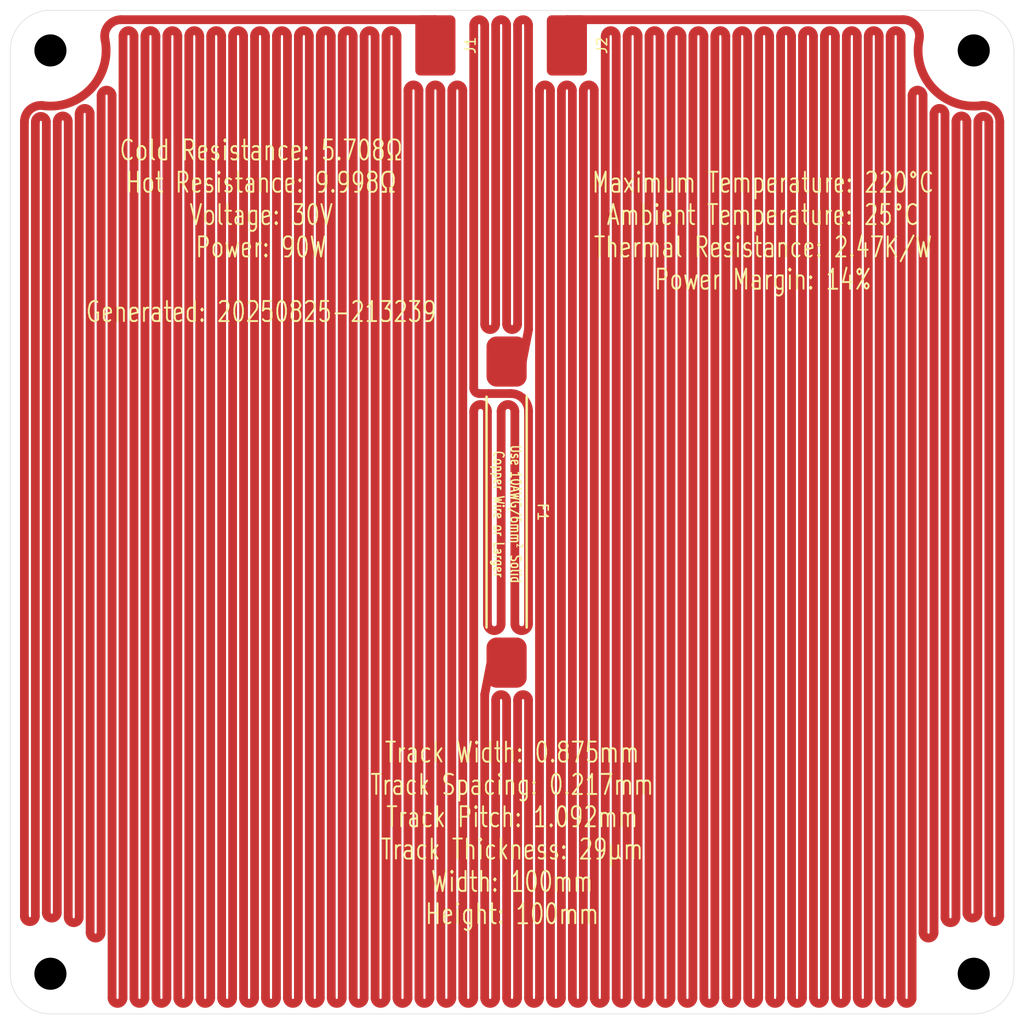
<source format=kicad_pcb>
(kicad_pcb (version 20241229) (generator "pcbnew") (generator_version "9.0")
  (layers (0 "F.Cu" signal) (2 "B.Cu" signal) (13 "F.Paste" user) (15 "B.Paste" user) (5 "F.SilkS" user "F.Silkscreen") (7 "B.SilkS" user "B.Silkscreen") (1 "F.Mask" user) (3 "B.Mask" user) (25 "Edge.Cuts" user))
  (net 0 "")
  (net 1 "Net-(J2-Pin_1)")
  (net 2 "Net-(J1-Pin_1)")
  (footprint "blg:MountingHole_3.2mm_M3_NoPad_TopLarge" (layer "F.Cu") (at 151 59)
    (property "Reference" "REF**" (hide yes))
    (property "Value" "MountingHole_3.2mm_M3_NoPad_TopLarge" (hide yes))
    (pad "" np_thru_hole circle (at 0 0) (size 7.6 7.6) (drill 3.2) (layers))
  )
  (footprint "Hotplate:SMD_PowerConnection_4x6mm" (layer "F.Cu") (at 110.46 58.5 -90)
    (property "Reference" "J2" (at 0 -3.5 270) (layer "F.SilkS"))
    (property "Value" "Hotplate_Power_Connection" (hide yes))
    (pad "1" smd roundrect (at 0 0 270) (size 6 4) (layers "F.Cu" "F.Mask" "F.Paste") (roundrect_rratio 0.125) (net 1 "Net-(J2-Pin_1)"))
  )
  (footprint "blg:MountingHole_3.2mm_M3_NoPad_TopLarge" (layer "F.Cu") (at 59 151)
    (property "Reference" "REF**" (hide yes))
    (property "Value" "MountingHole_3.2mm_M3_NoPad_TopLarge" (hide yes))
    (pad "" np_thru_hole circle (at 0 0) (size 7.6 7.6) (drill 3.2) (layers))
  )
  (footprint "blg:MountingHole_3.2mm_M3_NoPad_TopLarge" (layer "F.Cu") (at 151 151)
    (property "Reference" "REF**" (hide yes))
    (property "Value" "MountingHole_3.2mm_M3_NoPad_TopLarge" (hide yes))
    (pad "" np_thru_hole circle (at 0 0) (size 7.6 7.6) (drill 3.2) (layers))
  )
  (footprint "Hotplate:SMD_PowerConnection_4x6mm" (layer "F.Cu") (at 97.356 58.5 -90)
    (property "Reference" "J1" (at 0 -3.5 270) (layer "F.SilkS"))
    (property "Value" "Hotplate_Power_Connection" (hide yes))
    (pad "1" smd roundrect (at 0 0 270) (size 6 4) (layers "F.Cu" "F.Mask" "F.Paste") (roundrect_rratio 0.125) (net 2 "Net-(J1-Pin_1)"))
  )
  (footprint "Hotplate:Thermal Fuse, SN100C, Front, 35mm" (layer "F.Cu") (at 104.454 105 -90)
    (property "Reference" "F1" (at 0 -3.6 270) (layer "F.SilkS"))
    (property "Value" "~")
    (fp_line (start -11.5 2) (end 11.5 2) (stroke (width 0.25)) (layer "F.SilkS"))
    (fp_line (start -11.5 -2) (end 11.5 -2) (stroke (width 0.25)) (layer "F.SilkS"))
    (fp_text user "Use 10AWG/6mm  Solid" (at 0.2 -0.9 270) (layer "F.SilkS") (effects (font (size 1 0.75))))
    (fp_text user "2" (at 3.35 -1.3 270) (layer "F.SilkS") (effects (font (size 0.6 0.4) (thickness 0.1))))
    (fp_text user "Copper Wire or Larger" (at 0.2 0.8 270) (layer "F.SilkS") (effects (font (size 1 0.75))))
    (pad "1" smd roundrect (at -15 0 270) (size 5 4) (layers "F.Cu" "F.Mask") (net 2 "Net-(J1-Pin_1)"))
    (pad "2" smd roundrect (at 15 0 270) (size 5 4) (layers "F.Cu" "F.Mask") (net 1 "Net-(J2-Pin_1)"))
  )
  (footprint "blg:MountingHole_3.2mm_M3_NoPad_TopLarge" (layer "F.Cu") (at 59 59)
    (property "Reference" "REF**" (hide yes))
    (property "Value" "MountingHole_3.2mm_M3_NoPad_TopLarge" (hide yes))
    (pad "" np_thru_hole circle (at 0 0) (size 7.6 7.6) (drill 3.2) (layers))
  )
  (gr_arc (start 55 59) (mid 56.171573 56.171573) (end 59 55) (stroke (width 0.05)) (layer "Edge.Cuts"))
  (gr_line (start 155 59) (end 155 151) (stroke (width 0.05)) (layer "Edge.Cuts"))
  (gr_arc (start 59 155) (mid 56.171573 153.828427) (end 55 151) (stroke (width 0.05)) (layer "Edge.Cuts"))
  (gr_line (start 59 155) (end 151 155) (stroke (width 0.05)) (layer "Edge.Cuts"))
  (gr_line (start 55 59) (end 55 151) (stroke (width 0.05)) (layer "Edge.Cuts"))
  (gr_arc (start 155 151) (mid 153.828427 153.828427) (end 151 155) (stroke (width 0.05)) (layer "Edge.Cuts"))
  (gr_arc (start 151 55) (mid 153.828427 56.171573) (end 155 59) (stroke (width 0.05)) (layer "Edge.Cuts"))
  (gr_line (start 59 55) (end 151 55) (stroke (width 0.05)) (layer "Edge.Cuts"))
  (gr_text "Track Width: 0.875mm\nTrack Spacing: 0.217mm\nTrack Pitch: 1.092mm\nTrack Thickness: 29µm\nWidth: 100mm\nHeight: 100mm" (at 105 137 0) (layer "F.SilkS") (effects (font (size 2 1.5) (thickness 0.1875))))
  (gr_text "Maximum Temperature: 220°C\nAmbient Temperature: 25°C\nThermal Resistance: 2.47K/W\nPower Margin: 14%" (at 130 77 0) (layer "F.SilkS") (effects (font (size 2 1.5) (thickness 0.1875))))
  (gr_text "Cold Resistance: 5.708Ω\nHot Resistance: 9.998Ω\nVoltage: 30V\nPower: 90W\n\nGenerated: 20250825-213239" (at 80 77 0) (layer "F.SilkS") (effects (font (size 2 1.5) (thickness 0.1875))))
  (segment (start 129.57 153.408) (end 129.57 57.5755) (width 0.874999) (layer "F.Cu") (net 1))
  (segment (start 116.466 153.408) (end 116.466 57.5755) (width 0.874999) (layer "F.Cu") (net 1))
  (segment (start 150.317999 66.078267) (end 150.317999 144.909518) (width 0.874999) (layer "F.Cu") (net 1))
  (segment (start 120.834 153.408) (end 120.834 57.5755) (width 0.874999) (layer "F.Cu") (net 1))
  (segment (start 143.766 57.5755) (end 143.766 153.408) (width 0.874999) (layer "F.Cu") (net 1))
  (segment (start 147.042 146.897994) (end 147.042 65.322033) (width 0.874999) (layer "F.Cu") (net 1))
  (segment (start 141.582 57.5755) (end 141.582 153.408) (width 0.874999) (layer "F.Cu") (net 1))
  (segment (start 102.8915 120) (end 104.454 120) (width 0.875) (layer "F.Cu") (net 1))
  (segment (start 139.398 57.5755) (end 139.398 153.408) (width 0.874999) (layer "F.Cu") (net 1))
  (segment (start 104.454 123.733499) (end 104.454 153.408) (width 0.874999) (layer "F.Cu") (net 1))
  (segment (start 132.846 57.5755) (end 132.846 153.408) (width 0.874999) (layer "F.Cu") (net 1))
  (segment (start 145.95 63.504957) (end 145.95 146.897994) (width 0.874999) (layer "F.Cu") (net 1))
  (segment (start 131.753999 153.408) (end 131.753999 57.5755) (width 0.874999) (layer "F.Cu") (net 1))
  (segment (start 112.097999 153.408) (end 112.097999 62.9835) (width 0.874999) (layer "F.Cu") (net 1))
  (segment (start 137.214 57.5755) (end 137.214 153.408) (width 0.874999) (layer "F.Cu") (net 1))
  (segment (start 115.374 57.5755) (end 115.374 153.408) (width 0.874999) (layer "F.Cu") (net 1))
  (segment (start 148.134 65.322033) (end 148.134 145.367055) (width 0.874999) (layer "F.Cu") (net 1))
  (segment (start 136.122 153.408) (end 136.122 57.5755) (width 0.874999) (layer "F.Cu") (net 1))
  (segment (start 119.742 57.5755) (end 119.742 153.408) (width 0.874999) (layer "F.Cu") (net 1))
  (segment (start 102.27 123.187499) (end 102.27 153.408) (width 0.874999) (layer "F.Cu") (net 1))
  (segment (start 133.937999 153.408) (end 133.937999 57.5755) (width 0.874999) (layer "F.Cu") (net 1))
  (segment (start 126.293999 57.5755) (end 126.293999 153.408) (width 0.874999) (layer "F.Cu") (net 1))
  (segment (start 117.558 57.5755) (end 117.558 153.408) (width 0.874999) (layer "F.Cu") (net 1))
  (segment (start 152.502 66.120106) (end 152.502 145.262565) (width 0.874999) (layer "F.Cu") (net 1))
  (segment (start 144.857999 153.408) (end 144.857999 63.504957) (width 0.874999) (layer "F.Cu") (net 1))
  (segment (start 103.362 153.408) (end 103.362 123.733499) (width 0.874999) (layer "F.Cu") (net 1))
  (segment (start 124.11 57.5755) (end 124.11 153.408) (width 0.874999) (layer "F.Cu") (net 1))
  (segment (start 127.386 153.408) (end 127.386 57.5755) (width 0.874999) (layer "F.Cu") (net 1))
  (segment (start 140.49 153.408) (end 140.49 57.5755) (width 0.874999) (layer "F.Cu") (net 1))
  (segment (start 111.006 62.9835) (end 111.006 153.408) (width 0.874999) (layer "F.Cu") (net 1))
  (segment (start 114.282 153.408) (end 114.282 57.5755) (width 0.874999) (layer "F.Cu") (net 1))
  (segment (start 113.19 62.9835) (end 113.19 153.408) (width 0.874999) (layer "F.Cu") (net 1))
  (segment (start 118.649999 153.408) (end 118.649999 57.5755) (width 0.874999) (layer "F.Cu") (net 1))
  (segment (start 143.958646 55.937499) (end 110.46 55.937499) (width 0.874999) (layer "F.Cu") (net 1))
  (segment (start 149.226 145.367055) (end 149.226 66.078267) (width 0.874999) (layer "F.Cu") (net 1))
  (segment (start 102.27 123.187499) (end 102.8915 120) (width 0.875) (layer "F.Cu") (net 1))
  (segment (start 151.41 144.909518) (end 151.41 66.120106) (width 0.874999) (layer "F.Cu") (net 1))
  (segment (start 130.662 57.5755) (end 130.662 153.408) (width 0.874999) (layer "F.Cu") (net 1))
  (segment (start 110.46 55.937499) (end 110.46 58.5) (width 0.874999) (layer "F.Cu") (net 1))
  (segment (start 108.821999 62.9835) (end 108.821999 153.408) (width 0.874999) (layer "F.Cu") (net 1))
  (segment (start 123.017999 153.408) (end 123.017999 57.5755) (width 0.874999) (layer "F.Cu") (net 1))
  (segment (start 142.674 153.408) (end 142.674 57.5755) (width 0.874999) (layer "F.Cu") (net 1))
  (segment (start 135.029999 57.5755) (end 135.029999 153.408) (width 0.874999) (layer "F.Cu") (net 1))
  (segment (start 105.546 153.408) (end 105.546 123.733499) (width 0.874999) (layer "F.Cu") (net 1))
  (segment (start 138.305999 153.408) (end 138.305999 57.5755) (width 0.874999) (layer "F.Cu") (net 1))
  (segment (start 106.637999 123.733499) (end 106.637999 153.408) (width 0.874999) (layer "F.Cu") (net 1))
  (segment (start 128.477999 57.5755) (end 128.477999 153.408) (width 0.874999) (layer "F.Cu") (net 1))
  (segment (start 107.729999 153.408) (end 107.729999 62.9835) (width 0.874999) (layer "F.Cu") (net 1))
  (segment (start 109.914 153.408) (end 109.914 62.9835) (width 0.874999) (layer "F.Cu") (net 1))
  (segment (start 125.202 153.408) (end 125.202 57.5755) (width 0.874999) (layer "F.Cu") (net 1))
  (segment (start 153.594 145.262565) (end 153.594 66.120106) (width 0.874999) (layer "F.Cu") (net 1))
  (segment (start 121.925999 57.5755) (end 121.925999 153.408) (width 0.874999) (layer "F.Cu") (net 1))
  (arc (start 151.738025 64.496674) (mid 146.950863 62.789803) (end 145.564122 57.900295) (width 0.875) (layer "F.Cu") (net 1))
  (arc (start 143.766 153.408) (mid 144.311999 153.953999) (end 144.857999 153.408) (width 0.874999) (layer "F.Cu") (net 1))
  (arc (start 118.649999 57.5755) (mid 119.196 57.0295) (end 119.742 57.5755) (width 0.874999) (layer "F.Cu") (net 1))
  (arc (start 151.41 66.120106) (mid 151.956 65.574106) (end 152.502 66.120106) (width 0.874999) (layer "F.Cu") (net 1))
  (arc (start 130.662 153.408) (mid 131.208 153.953999) (end 131.753999 153.408) (width 0.874999) (layer "F.Cu") (net 1))
  (arc (start 153.594 66.120106) (mid 153.16814 65.018399) (end 151.738025 64.496674) (width 0.875) (layer "F.Cu") (net 1))
  (arc (start 152.502 145.262565) (mid 153.048 145.808565) (end 153.594 145.262565) (width 0.874999) (layer "F.Cu") (net 1))
  (arc (start 132.846 153.408) (mid 133.392 153.953999) (end 133.937999 153.408) (width 0.874999) (layer "F.Cu") (net 1))
  (arc (start 136.122 57.5755) (mid 136.667999 57.0295) (end 137.214 57.5755) (width 0.874999) (layer "F.Cu") (net 1))
  (arc (start 117.558 153.408) (mid 118.104 153.953999) (end 118.649999 153.408) (width 0.874999) (layer "F.Cu") (net 1))
  (arc (start 105.546 123.733499) (mid 106.092 123.187499) (end 106.637999 123.733499) (width 0.874999) (layer "F.Cu") (net 1))
  (arc (start 150.317999 144.909518) (mid 150.864 145.455518) (end 151.41 144.909518) (width 0.874999) (layer "F.Cu") (net 1))
  (arc (start 141.582 153.408) (mid 142.128 153.953999) (end 142.674 153.408) (width 0.874999) (layer "F.Cu") (net 1))
  (arc (start 124.11 153.408) (mid 124.655999 153.953999) (end 125.202 153.408) (width 0.874999) (layer "F.Cu") (net 1))
  (arc (start 129.57 57.5755) (mid 130.115999 57.0295) (end 130.662 57.5755) (width 0.874999) (layer "F.Cu") (net 1))
  (arc (start 108.821999 153.408) (mid 109.368 153.953999) (end 109.914 153.408) (width 0.874999) (layer "F.Cu") (net 1))
  (arc (start 131.753999 57.5755) (mid 132.3 57.0295) (end 132.846 57.5755) (width 0.874999) (layer "F.Cu") (net 1))
  (arc (start 133.937999 57.5755) (mid 134.483999 57.0295) (end 135.029999 57.5755) (width 0.874999) (layer "F.Cu") (net 1))
  (arc (start 144.857999 63.504957) (mid 145.404 62.958957) (end 145.95 63.504957) (width 0.874999) (layer "F.Cu") (net 1))
  (arc (start 115.374 153.408) (mid 115.92 153.953999) (end 116.466 153.408) (width 0.874999) (layer "F.Cu") (net 1))
  (arc (start 116.466 57.5755) (mid 117.011999 57.0295) (end 117.558 57.5755) (width 0.874999) (layer "F.Cu") (net 1))
  (arc (start 139.398 153.408) (mid 139.944 153.953999) (end 140.49 153.408) (width 0.874999) (layer "F.Cu") (net 1))
  (arc (start 125.202 57.5755) (mid 125.748 57.0295) (end 126.293999 57.5755) (width 0.874999) (layer "F.Cu") (net 1))
  (arc (start 149.226 66.078267) (mid 149.772 65.532267) (end 150.317999 66.078267) (width 0.874999) (layer "F.Cu") (net 1))
  (arc (start 137.214 153.408) (mid 137.76 153.953999) (end 138.305999 153.408) (width 0.874999) (layer "F.Cu") (net 1))
  (arc (start 107.729999 62.9835) (mid 108.276 62.4375) (end 108.821999 62.9835) (width 0.874999) (layer "F.Cu") (net 1))
  (arc (start 103.362 123.733499) (mid 103.908 123.187499) (end 104.454 123.733499) (width 0.874999) (layer "F.Cu") (net 1))
  (arc (start 140.49 57.5755) (mid 141.036 57.0295) (end 141.582 57.5755) (width 0.874999) (layer "F.Cu") (net 1))
  (arc (start 114.282 57.5755) (mid 114.828 57.0295) (end 115.374 57.5755) (width 0.874999) (layer "F.Cu") (net 1))
  (arc (start 102.27 153.408) (mid 102.815999 153.953999) (end 103.362 153.408) (width 0.874999) (layer "F.Cu") (net 1))
  (arc (start 142.674 57.5755) (mid 143.22 57.0295) (end 143.766 57.5755) (width 0.874999) (layer "F.Cu") (net 1))
  (arc (start 143.958646 55.937499) (mid 145.22653 56.538429) (end 145.564122 57.900295) (width 0.875) (layer "F.Cu") (net 1))
  (arc (start 113.19 153.408) (mid 113.735999 153.953999) (end 114.282 153.408) (width 0.874999) (layer "F.Cu") (net 1))
  (arc (start 121.925999 153.408) (mid 122.472 153.953999) (end 123.017999 153.408) (width 0.874999) (layer "F.Cu") (net 1))
  (arc (start 112.097999 62.9835) (mid 112.643999 62.4375) (end 113.19 62.9835) (width 0.874999) (layer "F.Cu") (net 1))
  (arc (start 128.477999 153.408) (mid 129.024 153.953999) (end 129.57 153.408) (width 0.874999) (layer "F.Cu") (net 1))
  (arc (start 138.305999 57.5755) (mid 138.852 57.0295) (end 139.398 57.5755) (width 0.874999) (layer "F.Cu") (net 1))
  (arc (start 111.006 153.408) (mid 111.551999 153.953999) (end 112.097999 153.408) (width 0.874999) (layer "F.Cu") (net 1))
  (arc (start 123.017999 57.5755) (mid 123.564 57.0295) (end 124.11 57.5755) (width 0.874999) (layer "F.Cu") (net 1))
  (arc (start 120.834 57.5755) (mid 121.379999 57.0295) (end 121.925999 57.5755) (width 0.874999) (layer "F.Cu") (net 1))
  (arc (start 135.029999 153.408) (mid 135.576 153.953999) (end 136.122 153.408) (width 0.874999) (layer "F.Cu") (net 1))
  (arc (start 104.454 153.408) (mid 105 153.953999) (end 105.546 153.408) (width 0.874999) (layer "F.Cu") (net 1))
  (arc (start 106.637999 153.408) (mid 107.184 153.953999) (end 107.729999 153.408) (width 0.875) (layer "F.Cu") (net 1))
  (arc (start 145.95 146.897994) (mid 146.495999 147.443994) (end 147.042 146.897994) (width 0.874999) (layer "F.Cu") (net 1))
  (arc (start 109.914 62.9835) (mid 110.46 62.4375) (end 111.006 62.9835) (width 0.874999) (layer "F.Cu") (net 1))
  (arc (start 147.042 65.322033) (mid 147.588 64.776033) (end 148.134 65.322033) (width 0.874999) (layer "F.Cu") (net 1))
  (arc (start 126.293999 153.408) (mid 126.839999 153.953999) (end 127.386 153.408) (width 0.874999) (layer "F.Cu") (net 1))
  (arc (start 119.742 153.408) (mid 120.288 153.953999) (end 120.834 153.408) (width 0.874999) (layer "F.Cu") (net 1))
  (arc (start 127.386 57.5755) (mid 127.931999 57.0295) (end 128.477999 57.5755) (width 0.874999) (layer "F.Cu") (net 1))
  (arc (start 148.134 145.367055) (mid 148.68 145.913055) (end 149.226 145.367055) (width 0.874999) (layer "F.Cu") (net 1))
  (segment (start 102.542999 116.13) (end 102.542999 94.961999) (width 0.874999) (layer "F.Cu") (net 2))
  (segment (start 74.97 57.5755) (end 74.97 153.408) (width 0.874999) (layer "F.Cu") (net 2))
  (segment (start 102.27 86.2665) (end 102.27 56.4835) (width 0.874999) (layer "F.Cu") (net 2))
  (segment (start 90.258 57.5755) (end 90.258 153.408) (width 0.874999) (layer "F.Cu") (net 2))
  (segment (start 82.613999 153.408) (end 82.613999 57.5755) (width 0.874999) (layer "F.Cu") (net 2))
  (segment (start 104.454 86.2665) (end 104.454 56.4835) (width 0.874999) (layer "F.Cu") (net 2))
  (segment (start 62.958 146.897994) (end 62.958 65.322033) (width 0.874999) (layer "F.Cu") (net 2))
  (segment (start 106.0165 90) (end 104.454 90) (width 0.875) (layer "F.Cu") (net 2))
  (segment (start 101.178 56.483499) (end 101.178 92.6415) (width 0.874999) (layer "F.Cu") (net 2))
  (segment (start 98.994 62.9835) (end 98.994 153.408) (width 0.874999) (layer "F.Cu") (net 2))
  (segment (start 68.417999 57.5755) (end 68.417999 153.408) (width 0.874999) (layer "F.Cu") (net 2))
  (segment (start 67.326 153.408) (end 67.326 57.5755) (width 0.874999) (layer "F.Cu") (net 2))
  (segment (start 97.901999 153.408) (end 97.901999 62.9835) (width 0.874999) (layer "F.Cu") (net 2))
  (segment (start 83.706 57.5755) (end 83.706 153.408) (width 0.874999) (layer "F.Cu") (net 2))
  (segment (start 71.693999 153.408) (end 71.693999 57.5755) (width 0.874999) (layer "F.Cu") (net 2))
  (segment (start 59.682 66.078267) (end 59.682 144.909518) (width 0.874999) (layer "F.Cu") (net 2))
  (segment (start 81.521999 57.5755) (end 81.521999 153.408) (width 0.874999) (layer "F.Cu") (net 2))
  (segment (start 97.356 55.937499) (end 97.356 58.5) (width 0.874999) (layer "F.Cu") (net 2))
  (segment (start 64.05 63.504957) (end 64.05 146.897994) (width 0.874999) (layer "F.Cu") (net 2))
  (segment (start 57.498 66.120106) (end 57.498 145.262565) (width 0.874999) (layer "F.Cu") (net 2))
  (segment (start 101.178 94.961999) (end 101.178 153.408) (width 0.874999) (layer "F.Cu") (net 2))
  (segment (start 66.233999 57.5755) (end 66.233999 153.408) (width 0.874999) (layer "F.Cu") (net 2))
  (segment (start 96.809999 62.9835) (end 96.809999 153.408) (width 0.874999) (layer "F.Cu") (net 2))
  (segment (start 106.637999 86.8125) (end 106.637999 56.4835) (width 0.874999) (layer "F.Cu") (net 2))
  (segment (start 78.246 153.408) (end 78.246 57.5755) (width 0.874999) (layer "F.Cu") (net 2))
  (segment (start 103.362 56.4835) (end 103.362 86.2665) (width 0.874999) (layer "F.Cu") (net 2))
  (segment (start 85.89 57.5755) (end 85.89 153.408) (width 0.874999) (layer "F.Cu") (net 2))
  (segment (start 69.51 153.408) (end 69.51 57.5755) (width 0.874999) (layer "F.Cu") (net 2))
  (segment (start 86.981999 153.408) (end 86.981999 57.5755) (width 0.874999) (layer "F.Cu") (net 2))
  (segment (start 103.908 94.961999) (end 103.908 116.13) (width 0.874999) (layer "F.Cu") (net 2))
  (segment (start 89.166 153.408) (end 89.166 57.5755) (width 0.874999) (layer "F.Cu") (net 2))
  (segment (start 66.041353 55.937499) (end 97.356 55.937499) (width 0.874999) (layer "F.Cu") (net 2))
  (segment (start 77.154 57.5755) (end 77.154 153.408) (width 0.874999) (layer "F.Cu") (net 2))
  (segment (start 79.338 57.5755) (end 79.338 153.408) (width 0.874999) (layer "F.Cu") (net 2))
  (segment (start 105.546 56.4835) (end 105.546 86.2665) (width 0.874999) (layer "F.Cu") (net 2))
  (segment (start 56.406 145.262565) (end 56.406 66.120106) (width 0.874999) (layer "F.Cu") (net 2))
  (segment (start 60.773999 145.367055) (end 60.773999 66.078267) (width 0.874999) (layer "F.Cu") (net 2))
  (segment (start 72.786 57.5755) (end 72.786 153.408) (width 0.874999) (layer "F.Cu") (net 2))
  (segment (start 76.062 153.408) (end 76.062 57.5755) (width 0.874999) (layer "F.Cu") (net 2))
  (segment (start 93.533999 153.408) (end 93.533999 57.5755) (width 0.874999) (layer "F.Cu") (net 2))
  (segment (start 106.637999 94.961999) (end 106.637999 116.13) (width 0.874999) (layer "F.Cu") (net 2))
  (segment (start 106.637999 86.8125) (end 106.0165 90) (width 0.875) (layer "F.Cu") (net 2))
  (segment (start 101.723999 93.187499) (end 104.8635 93.187499) (width 0.875) (layer "F.Cu") (net 2))
  (segment (start 61.866 65.322033) (end 61.866 145.367055) (width 0.874999) (layer "F.Cu") (net 2))
  (segment (start 65.141999 153.408) (end 65.141999 63.504957) (width 0.874999) (layer "F.Cu") (net 2))
  (segment (start 91.35 153.408) (end 91.35 57.5755) (width 0.874999) (layer "F.Cu") (net 2))
  (segment (start 92.442 57.5755) (end 92.442 153.408) (width 0.874999) (layer "F.Cu") (net 2))
  (segment (start 84.798 153.408) (end 84.798 57.5755) (width 0.874999) (layer "F.Cu") (net 2))
  (segment (start 95.718 153.408) (end 95.718 62.9835) (width 0.874999) (layer "F.Cu") (net 2))
  (segment (start 73.878 153.408) (end 73.878 57.5755) (width 0.874999) (layer "F.Cu") (net 2))
  (segment (start 100.086 153.408) (end 100.086 62.9835) (width 0.874999) (layer "F.Cu") (net 2))
  (segment (start 94.626 62.9835) (end 94.626 153.408) (width 0.874999) (layer "F.Cu") (net 2))
  (segment (start 58.59 144.909518) (end 58.59 66.120106) (width 0.874999) (layer "F.Cu") (net 2))
  (segment (start 88.074 57.5755) (end 88.074 153.408) (width 0.874999) (layer "F.Cu") (net 2))
  (segment (start 105.273 116.13) (end 105.273 94.961999) (width 0.874999) (layer "F.Cu") (net 2))
  (segment (start 70.602 57.5755) (end 70.602 153.408) (width 0.874999) (layer "F.Cu") (net 2))
  (segment (start 80.43 153.408) (end 80.43 57.5755) (width 0.874999) (layer "F.Cu") (net 2))
  (arc (start 106.637999 56.4835) (mid 106.092 55.937499) (end 105.546 56.4835) (width 0.874999) (layer "F.Cu") (net 2))
  (arc (start 82.613999 57.5755) (mid 82.068 57.0295) (end 81.521999 57.5755) (width 0.874999) (layer "F.Cu") (net 2))
  (arc (start 91.35 57.5755) (mid 90.804 57.0295) (end 90.258 57.5755) (width 0.874999) (layer "F.Cu") (net 2))
  (arc (start 58.59 66.120106) (mid 58.044 65.574106) (end 57.498 66.120106) (width 0.874999) (layer "F.Cu") (net 2))
  (arc (start 70.602 153.408) (mid 70.056 153.953999) (end 69.51 153.408) (width 0.874999) (layer "F.Cu") (net 2))
  (arc (start 67.326 57.5755) (mid 66.779999 57.0295) (end 66.233999 57.5755) (width 0.874999) (layer "F.Cu") (net 2))
  (arc (start 96.809999 153.408) (mid 96.264 153.953999) (end 95.718 153.408) (width 0.874999) (layer "F.Cu") (net 2))
  (arc (start 80.43 57.5755) (mid 79.884 57.0295) (end 79.338 57.5755) (width 0.874999) (layer "F.Cu") (net 2))
  (arc (start 56.406 66.120106) (mid 56.831859 65.018399) (end 58.261974 64.496674) (width 0.875) (layer "F.Cu") (net 2))
  (arc (start 104.8635 93.187499) (mid 106.11826 93.707239) (end 106.637999 94.961999) (width 0.875) (layer "F.Cu") (net 2))
  (arc (start 104.454 56.4835) (mid 103.908 55.937499) (end 103.362 56.4835) (width 0.874999) (layer "F.Cu") (net 2))
  (arc (start 95.718 62.9835) (mid 95.172 62.4375) (end 94.626 62.9835) (width 0.874999) (layer "F.Cu") (net 2))
  (arc (start 101.723999 93.187499) (mid 101.337919 93.02758) (end 101.178 92.6415) (width 0.875) (layer "F.Cu") (net 2))
  (arc (start 86.981999 57.5755) (mid 86.436 57.0295) (end 85.89 57.5755) (width 0.874999) (layer "F.Cu") (net 2))
  (arc (start 73.878 57.5755) (mid 73.332 57.0295) (end 72.786 57.5755) (width 0.874999) (layer "F.Cu") (net 2))
  (arc (start 98.994 153.408) (mid 98.448 153.953999) (end 97.901999 153.408) (width 0.874999) (layer "F.Cu") (net 2))
  (arc (start 101.178 153.408) (mid 100.632 153.953999) (end 100.086 153.408) (width 0.874999) (layer "F.Cu") (net 2))
  (arc (start 92.442 153.408) (mid 91.895999 153.953999) (end 91.35 153.408) (width 0.874999) (layer "F.Cu") (net 2))
  (arc (start 90.258 153.408) (mid 89.712 153.953999) (end 89.166 153.408) (width 0.874999) (layer "F.Cu") (net 2))
  (arc (start 94.626 153.408) (mid 94.08 153.953999) (end 93.533999 153.408) (width 0.874999) (layer "F.Cu") (net 2))
  (arc (start 103.908 116.13) (mid 103.2255 116.8125) (end 102.542999 116.13) (width 0.874999) (layer "F.Cu") (net 2))
  (arc (start 88.074 153.408) (mid 87.527999 153.953999) (end 86.981999 153.408) (width 0.874999) (layer "F.Cu") (net 2))
  (arc (start 81.521999 153.408) (mid 80.976 153.953999) (end 80.43 153.408) (width 0.874999) (layer "F.Cu") (net 2))
  (arc (start 60.773999 66.078267) (mid 60.227999 65.532267) (end 59.682 66.078267) (width 0.874999) (layer "F.Cu") (net 2))
  (arc (start 83.706 153.408) (mid 83.16 153.953999) (end 82.613999 153.408) (width 0.874999) (layer "F.Cu") (net 2))
  (arc (start 71.693999 57.5755) (mid 71.148 57.0295) (end 70.602 57.5755) (width 0.874999) (layer "F.Cu") (net 2))
  (arc (start 79.338 153.408) (mid 78.792 153.953999) (end 78.246 153.408) (width 0.874999) (layer "F.Cu") (net 2))
  (arc (start 102.542999 94.961999) (mid 101.860499 94.2795) (end 101.178 94.961999) (width 0.874999) (layer "F.Cu") (net 2))
  (arc (start 100.086 62.9835) (mid 99.539999 62.4375) (end 98.994 62.9835) (width 0.874999) (layer "F.Cu") (net 2))
  (arc (start 61.866 145.367055) (mid 61.32 145.913055) (end 60.773999 145.367055) (width 0.874999) (layer "F.Cu") (net 2))
  (arc (start 68.417999 153.408) (mid 67.872 153.953999) (end 67.326 153.408) (width 0.874999) (layer "F.Cu") (net 2))
  (arc (start 105.546 86.2665) (mid 105 86.8125) (end 104.454 86.2665) (width 0.874999) (layer "F.Cu") (net 2))
  (arc (start 78.246 57.5755) (mid 77.699999 57.0295) (end 77.154 57.5755) (width 0.874999) (layer "F.Cu") (net 2))
  (arc (start 97.901999 62.9835) (mid 97.356 62.4375) (end 96.809999 62.9835) (width 0.874999) (layer "F.Cu") (net 2))
  (arc (start 103.362 86.2665) (mid 102.815999 86.8125) (end 102.27 86.2665) (width 0.874999) (layer "F.Cu") (net 2))
  (arc (start 84.798 57.5755) (mid 84.252 57.0295) (end 83.706 57.5755) (width 0.874999) (layer "F.Cu") (net 2))
  (arc (start 59.682 144.909518) (mid 59.135999 145.455518) (end 58.59 144.909518) (width 0.874999) (layer "F.Cu") (net 2))
  (arc (start 89.166 57.5755) (mid 88.619999 57.0295) (end 88.074 57.5755) (width 0.874999) (layer "F.Cu") (net 2))
  (arc (start 72.786 153.408) (mid 72.24 153.953999) (end 71.693999 153.408) (width 0.874999) (layer "F.Cu") (net 2))
  (arc (start 57.498 145.262565) (mid 56.952 145.808565) (end 56.406 145.262565) (width 0.874999) (layer "F.Cu") (net 2))
  (arc (start 58.261974 64.496674) (mid 63.049136 62.789803) (end 64.435877 57.900295) (width 0.875) (layer "F.Cu") (net 2))
  (arc (start 66.233999 153.408) (mid 65.688 153.953999) (end 65.141999 153.408) (width 0.874999) (layer "F.Cu") (net 2))
  (arc (start 77.154 153.408) (mid 76.607999 153.953999) (end 76.062 153.408) (width 0.874999) (layer "F.Cu") (net 2))
  (arc (start 69.51 57.5755) (mid 68.964 57.0295) (end 68.417999 57.5755) (width 0.874999) (layer "F.Cu") (net 2))
  (arc (start 105.273 94.961999) (mid 104.590499 94.2795) (end 103.908 94.961999) (width 0.874999) (layer "F.Cu") (net 2))
  (arc (start 76.062 57.5755) (mid 75.516 57.0295) (end 74.97 57.5755) (width 0.874999) (layer "F.Cu") (net 2))
  (arc (start 93.533999 57.5755) (mid 92.988 57.0295) (end 92.442 57.5755) (width 0.874999) (layer "F.Cu") (net 2))
  (arc (start 64.05 146.897994) (mid 63.503999 147.443994) (end 62.958 146.897994) (width 0.874999) (layer "F.Cu") (net 2))
  (arc (start 85.89 153.408) (mid 85.344 153.953999) (end 84.798 153.408) (width 0.874999) (layer "F.Cu") (net 2))
  (arc (start 102.27 56.4835) (mid 101.723999 55.9375) (end 101.178 56.4835) (width 0.875) (layer "F.Cu") (net 2))
  (arc (start 62.958 65.322033) (mid 62.411999 64.776033) (end 61.866 65.322033) (width 0.874999) (layer "F.Cu") (net 2))
  (arc (start 106.637999 116.13) (mid 105.9555 116.8125) (end 105.273 116.13) (width 0.874999) (layer "F.Cu") (net 2))
  (arc (start 65.141999 63.504957) (mid 64.596 62.958957) (end 64.05 63.504957) (width 0.874999) (layer "F.Cu") (net 2))
  (arc (start 66.041353 55.937499) (mid 64.773469 56.538429) (end 64.435877 57.900295) (width 0.875) (layer "F.Cu") (net 2))
  (arc (start 74.97 153.408) (mid 74.423999 153.953999) (end 73.878 153.408) (width 0.874999) (layer "F.Cu") (net 2))
)
</source>
